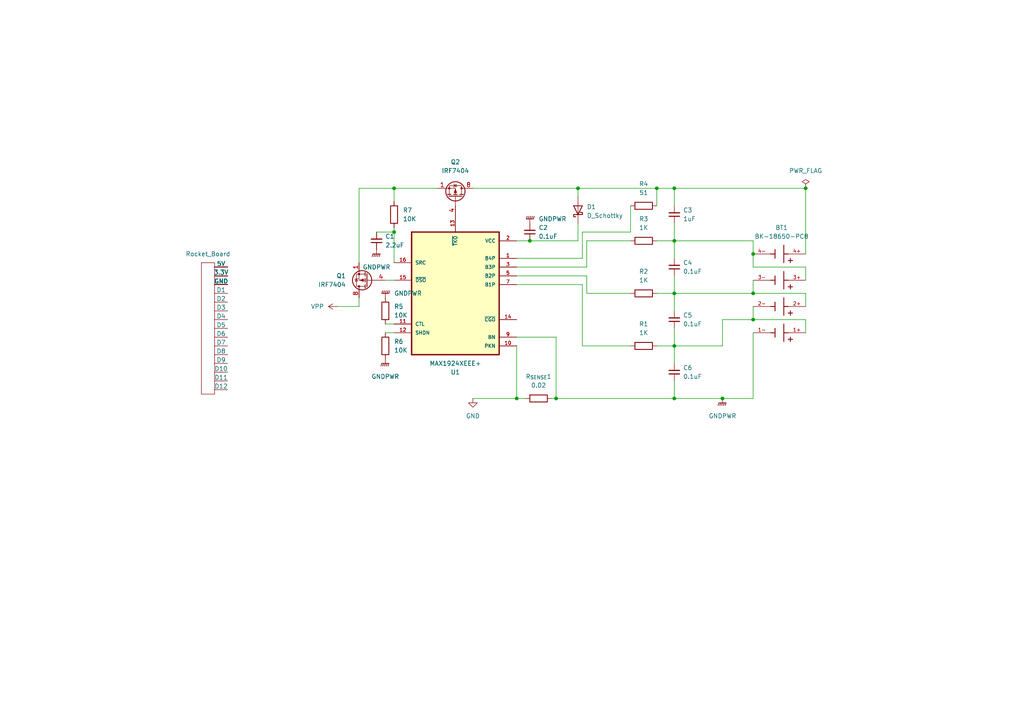
<source format=kicad_sch>
(kicad_sch (version 20211123) (generator eeschema)
  (paper "A4")
  (lib_symbols
    (symbol "BK-18650-PC8:BK-18650-PC8" (pin_names (offset 1.016))
      (property "Reference" "BT" (at -3.81 13.97 0))
      (property "Value" "BK-18650-PC8" (at -3.81 -17.78 0))
      (symbol "BK-18650-PC8_0_0"
        (polyline (pts (xy -3.81 -10.795) (xy -2.54 -10.795)) (stroke (width 0.254)))
        (polyline (pts (xy -3.81 -3.175) (xy -2.54 -3.175)) (stroke (width 0.254)))
        (polyline (pts (xy -3.81 4.445) (xy -2.54 4.445)) (stroke (width 0.254)))
        (polyline (pts (xy -3.81 12.065) (xy -2.54 12.065)) (stroke (width 0.254)))
        (polyline (pts (xy -3.175 -10.16) (xy -3.175 -11.43)) (stroke (width 0.254)))
        (polyline (pts (xy -3.175 -2.54) (xy -3.175 -3.81)) (stroke (width 0.254)))
        (polyline (pts (xy -3.175 5.08) (xy -3.175 3.81)) (stroke (width 0.254)))
        (polyline (pts (xy -3.175 12.7) (xy -3.175 11.43)) (stroke (width 0.254)))
        (polyline (pts (xy -1.27 -12.7) (xy -2.54 -12.7)) (stroke (width 0.254)))
        (polyline (pts (xy -1.27 -12.7) (xy -1.27 -15.24)) (stroke (width 0.254)))
        (polyline (pts (xy -1.27 -10.16) (xy -1.27 -12.7)) (stroke (width 0.254)))
        (polyline (pts (xy -1.27 -5.08) (xy -2.54 -5.08)) (stroke (width 0.254)))
        (polyline (pts (xy -1.27 -5.08) (xy -1.27 -7.62)) (stroke (width 0.254)))
        (polyline (pts (xy -1.27 -2.54) (xy -1.27 -5.08)) (stroke (width 0.254)))
        (polyline (pts (xy -1.27 2.54) (xy -2.54 2.54)) (stroke (width 0.254)))
        (polyline (pts (xy -1.27 2.54) (xy -1.27 0)) (stroke (width 0.254)))
        (polyline (pts (xy -1.27 5.08) (xy -1.27 2.54)) (stroke (width 0.254)))
        (polyline (pts (xy -1.27 10.16) (xy -2.54 10.16)) (stroke (width 0.254)))
        (polyline (pts (xy -1.27 10.16) (xy -1.27 7.62)) (stroke (width 0.254)))
        (polyline (pts (xy -1.27 12.7) (xy -1.27 10.16)) (stroke (width 0.254)))
        (polyline (pts (xy 1.27 -12.7) (xy 1.27 -13.97)) (stroke (width 0.254)))
        (polyline (pts (xy 1.27 -12.7) (xy 2.54 -12.7)) (stroke (width 0.254)))
        (polyline (pts (xy 1.27 -11.43) (xy 1.27 -12.7)) (stroke (width 0.254)))
        (polyline (pts (xy 1.27 -5.08) (xy 1.27 -6.35)) (stroke (width 0.254)))
        (polyline (pts (xy 1.27 -5.08) (xy 2.54 -5.08)) (stroke (width 0.254)))
        (polyline (pts (xy 1.27 -3.81) (xy 1.27 -5.08)) (stroke (width 0.254)))
        (polyline (pts (xy 1.27 2.54) (xy 1.27 1.27)) (stroke (width 0.254)))
        (polyline (pts (xy 1.27 2.54) (xy 2.54 2.54)) (stroke (width 0.254)))
        (polyline (pts (xy 1.27 3.81) (xy 1.27 2.54)) (stroke (width 0.254)))
        (polyline (pts (xy 1.27 10.16) (xy 1.27 8.89)) (stroke (width 0.254)))
        (polyline (pts (xy 1.27 10.16) (xy 2.54 10.16)) (stroke (width 0.254)))
        (polyline (pts (xy 1.27 11.43) (xy 1.27 10.16)) (stroke (width 0.254)))
        (pin passive line (at -7.62 10.16 0) (length 5.08) (name "~") (number "1+"))
        (pin passive line (at 7.62 10.16 180) (length 5.08) (name "~") (number "1-"))
        (pin passive line (at -7.62 2.54 0) (length 5.08) (name "~") (number "2+"))
        (pin passive line (at 7.62 2.54 180) (length 5.08) (name "~") (number "2-"))
        (pin passive line (at -7.62 -5.08 0) (length 5.08) (name "~") (number "3+"))
        (pin passive line (at 7.62 -5.08 180) (length 5.08) (name "~") (number "3-"))
        (pin passive line (at -7.62 -12.7 0) (length 5.08) (name "~") (number "4+"))
        (pin passive line (at 7.62 -12.7 180) (length 5.08) (name "~") (number "4-"))
      )
    )
    (symbol "BlueSat:Rocket_Board" (pin_numbers hide) (pin_names (offset 0))
      (property "Value" "Rocket_Board" (at 1.27 19.05 0))
      (symbol "Rocket_Board_0_1"
        (rectangle (start -3.81 -21.59) (end 0 16.51))
      )
      (symbol "Rocket_Board_1_1"
        (pin passive line (at 3.81 15.24 180) (length 3.81) (name "5V") (number "1"))
        (pin passive line (at 3.81 12.7 180) (length 3.81) (name "3.3V") (number "10"))
        (pin passive line (at 3.81 10.16 180) (length 3.81) (name "GND") (number "11"))
        (pin passive line (at 3.81 -2.54 180) (length 3.81) (name "D5") (number "12"))
        (pin passive line (at 3.81 -7.62 180) (length 3.81) (name "D7") (number "13"))
        (pin passive line (at 3.81 10.16 180) (length 3.81) (name "GND") (number "14"))
        (pin passive line (at 3.81 -12.7 180) (length 3.81) (name "D9") (number "15"))
        (pin passive line (at 3.81 -17.78 180) (length 3.81) (name "D11") (number "16"))
        (pin passive line (at 3.81 10.16 180) (length 3.81) (name "GND") (number "17"))
        (pin passive line (at 3.81 15.24 180) (length 3.81) (name "5V") (number "18"))
        (pin passive line (at 3.81 10.16 180) (length 3.81) (name "GND") (number "19"))
        (pin passive line (at 3.81 10.16 180) (length 3.81) (name "GND") (number "2"))
        (pin passive line (at 3.81 12.7 180) (length 3.81) (name "3.3V") (number "20"))
        (pin passive line (at 3.81 12.7 180) (length 3.81) (name "3.3V") (number "21"))
        (pin passive line (at 3.81 10.16 180) (length 3.81) (name "GND") (number "22"))
        (pin passive line (at 3.81 15.24 180) (length 3.81) (name "5V") (number "23"))
        (pin passive line (at 3.81 10.16 180) (length 3.81) (name "GND") (number "24"))
        (pin passive line (at 3.81 -20.32 180) (length 3.81) (name "D12") (number "25"))
        (pin passive line (at 3.81 -15.24 180) (length 3.81) (name "D10") (number "26"))
        (pin passive line (at 3.81 10.16 180) (length 3.81) (name "GND") (number "27"))
        (pin passive line (at 3.81 -10.16 180) (length 3.81) (name "D8") (number "28"))
        (pin passive line (at 3.81 -5.08 180) (length 3.81) (name "D6") (number "29"))
        (pin passive line (at 3.81 12.7 180) (length 3.81) (name "3.3V") (number "3"))
        (pin passive line (at 3.81 10.16 180) (length 3.81) (name "GND") (number "30"))
        (pin passive line (at 3.81 12.7 180) (length 3.81) (name "3.3V") (number "31"))
        (pin passive line (at 3.81 10.16 180) (length 3.81) (name "GND") (number "32"))
        (pin passive line (at 3.81 15.24 180) (length 3.81) (name "5V") (number "33"))
        (pin passive line (at 3.81 10.16 180) (length 3.81) (name "GND") (number "34"))
        (pin passive line (at 3.81 0 180) (length 3.81) (name "D4") (number "35"))
        (pin passive line (at 3.81 5.08 180) (length 3.81) (name "D2") (number "36"))
        (pin passive line (at 3.81 10.16 180) (length 3.81) (name "GND") (number "37"))
        (pin passive line (at 3.81 12.7 180) (length 3.81) (name "3.3V") (number "38"))
        (pin passive line (at 3.81 10.16 180) (length 3.81) (name "GND") (number "39"))
        (pin passive line (at 3.81 10.16 180) (length 3.81) (name "GND") (number "4"))
        (pin passive line (at 3.81 15.24 180) (length 3.81) (name "5V") (number "40"))
        (pin passive line (at 3.81 7.62 180) (length 3.81) (name "D1") (number "5"))
        (pin passive line (at 3.81 2.54 180) (length 3.81) (name "D3") (number "6"))
        (pin passive line (at 3.81 10.16 180) (length 3.81) (name "GND") (number "7"))
        (pin passive line (at 3.81 15.24 180) (length 3.81) (name "5V") (number "8"))
        (pin passive line (at 3.81 10.16 180) (length 3.81) (name "GND") (number "9"))
      )
    )
    (symbol "Device:C_Small" (pin_numbers hide) (pin_names (offset 0.254) hide)
      (property "Reference" "C" (at 0.254 1.778 0))
      (property "Value" "C_Small" (at 0.254 -2.032 0))
      (symbol "C_Small_0_1"
        (polyline (pts (xy -1.524 -0.508) (xy 1.524 -0.508)) (stroke (width 0.3302)))
        (polyline (pts (xy -1.524 0.508) (xy 1.524 0.508)) (stroke (width 0.3048)))
      )
      (symbol "C_Small_1_1"
        (pin passive line (at 0 2.54 270) (length 2.032) (name "~") (number "1"))
        (pin passive line (at 0 -2.54 90) (length 2.032) (name "~") (number "2"))
      )
    )
    (symbol "Device:D_Schottky" (pin_numbers hide) (pin_names (offset 1.016) hide)
      (property "Reference" "D" (at 0 2.54 0))
      (property "Value" "D_Schottky" (at 0 -2.54 0))
      (symbol "D_Schottky_0_1"
        (polyline (pts (xy 1.27 0) (xy -1.27 0)))
        (polyline (pts (xy 1.27 1.27) (xy 1.27 -1.27) (xy -1.27 0) (xy 1.27 1.27)) (stroke (width 0.254)))
        (polyline (pts (xy -1.905 0.635) (xy -1.905 1.27) (xy -1.27 1.27) (xy -1.27 -1.27) (xy -0.635 -1.27) (xy -0.635 -0.635)) (stroke (width 0.254)))
      )
      (symbol "D_Schottky_1_1"
        (pin passive line (at -3.81 0 0) (length 2.54) (name "K") (number "1"))
        (pin passive line (at 3.81 0 180) (length 2.54) (name "A") (number "2"))
      )
    )
    (symbol "Device:R" (pin_numbers hide) (pin_names (offset 0))
      (property "Reference" "R" (at 2.032 0 90))
      (property "Value" "R" (at 0 0 90))
      (symbol "R_0_1"
        (rectangle (start -1.016 -2.54) (end 1.016 2.54) (stroke (width 0.254)))
      )
      (symbol "R_1_1"
        (pin passive line (at 0 3.81 270) (length 1.27) (name "~") (number "1"))
        (pin passive line (at 0 -3.81 90) (length 1.27) (name "~") (number "2"))
      )
    )
    (symbol "MAX1924XEEE+_1" (pin_names (offset 1.016))
      (property "Reference" "U1" (at 0 -22.86 0))
      (property "Value" "MAX1924XEEE+" (at 0 -20.32 0))
      (symbol "MAX1924XEEE+_1_0_0"
        (rectangle (start -12.7 -17.78) (end 12.7 17.78) (stroke (width 0.41)) (fill (type background)))
        (pin power_in line (at 17.78 10.16 180) (length 5.08) (name "B4P") (number "1"))
        (pin power_in line (at 17.78 -15.24 180) (length 5.08) (name "PKN") (number "10"))
        (pin input line (at -17.78 -8.89 0) (length 5.08) (name "CTL") (number "11"))
        (pin input line (at -17.78 -11.43 0) (length 5.08) (name "SHDN") (number "12"))
        (pin output line (at 0 22.86 270) (length 5.08) (name "~{TKO}") (number "13"))
        (pin output line (at 17.78 -7.62 180) (length 5.08) (name "~{CGO}") (number "14"))
        (pin output line (at -17.78 3.81 0) (length 5.08) (name "~{DSO}") (number "15"))
        (pin passive line (at -17.78 8.89 0) (length 5.08) (name "SRC") (number "16"))
        (pin power_in line (at 17.78 15.24 180) (length 5.08) (name "VCC") (number "2"))
        (pin power_in line (at 17.78 7.62 180) (length 5.08) (name "B3P") (number "3"))
        (pin power_in line (at 17.78 5.08 180) (length 5.08) (name "B2P") (number "5"))
        (pin power_in line (at 17.78 2.54 180) (length 5.08) (name "B1P") (number "7"))
        (pin power_in line (at 17.78 -12.7 180) (length 5.08) (name "BN") (number "9"))
      )
    )
    (symbol "Transistor_FET:IRF7404" (pin_names hide)
      (property "Reference" "Q" (at 5.08 1.905 0))
      (property "Value" "IRF7404" (at 5.08 0 0))
      (symbol "IRF7404_0_1"
        (polyline (pts (xy 0.254 0) (xy -2.54 0)))
        (polyline (pts (xy 0.254 1.905) (xy 0.254 -1.905)) (stroke (width 0.254)))
        (polyline (pts (xy 0.762 -1.27) (xy 0.762 -2.286)) (stroke (width 0.254)))
        (polyline (pts (xy 0.762 0.508) (xy 0.762 -0.508)) (stroke (width 0.254)))
        (polyline (pts (xy 0.762 2.286) (xy 0.762 1.27)) (stroke (width 0.254)))
        (polyline (pts (xy 2.54 2.54) (xy 2.54 1.778)))
        (polyline (pts (xy 2.54 -2.54) (xy 2.54 0) (xy 0.762 0)))
        (polyline (pts (xy 0.762 1.778) (xy 3.302 1.778) (xy 3.302 -1.778) (xy 0.762 -1.778)))
        (polyline (pts (xy 2.286 0) (xy 1.27 0.381) (xy 1.27 -0.381) (xy 2.286 0)) (fill (type outline)))
        (polyline (pts (xy 2.794 -0.508) (xy 2.921 -0.381) (xy 3.683 -0.381) (xy 3.81 -0.254)))
        (polyline (pts (xy 3.302 -0.381) (xy 2.921 0.254) (xy 3.683 0.254) (xy 3.302 -0.381)))
        (circle (center 1.651 0) (radius 2.794) (stroke (width 0.254)))
        (circle (center 2.54 -1.778) (radius 0.254) (fill (type outline)))
        (circle (center 2.54 1.778) (radius 0.254) (fill (type outline)))
      )
      (symbol "IRF7404_1_1"
        (pin passive line (at 2.54 -5.08 90) (length 2.54) (name "S") (number "1"))
        (pin passive line (at 2.54 -5.08 90) (length 2.54) hide (name "S") (number "2"))
        (pin passive line (at 2.54 -5.08 90) (length 2.54) hide (name "S") (number "3"))
        (pin passive line (at -5.08 0 0) (length 2.54) (name "G") (number "4"))
        (pin passive line (at 2.54 5.08 270) (length 2.54) hide (name "D") (number "5"))
        (pin passive line (at 2.54 5.08 270) (length 2.54) hide (name "D") (number "6"))
        (pin passive line (at 2.54 5.08 270) (length 2.54) hide (name "D") (number "7"))
        (pin passive line (at 2.54 5.08 270) (length 2.54) (name "D") (number "8"))
      )
    )
    (symbol "power:GND" (power) (pin_names (offset 0))
      (property "Value" "GND" (at 0 -3.81 0))
      (symbol "GND_0_1"
        (polyline (pts (xy 0 0) (xy 0 -1.27) (xy 1.27 -1.27) (xy 0 -2.54) (xy -1.27 -1.27) (xy 0 -1.27)))
      )
      (symbol "GND_1_1"
        (pin power_in line (at 0 0 270) (length 0) hide (name "GND") (number "1"))
      )
    )
    (symbol "power:GNDPWR" (power) (pin_names (offset 0))
      (property "Value" "GNDPWR" (at 0 -3.302 0))
      (symbol "GNDPWR_0_1"
        (polyline (pts (xy 0 -1.27) (xy 0 0)))
        (polyline (pts (xy -1.016 -1.27) (xy -1.27 -2.032) (xy -1.27 -2.032)) (stroke (width 0.2032)))
        (polyline (pts (xy -0.508 -1.27) (xy -0.762 -2.032) (xy -0.762 -2.032)) (stroke (width 0.2032)))
        (polyline (pts (xy 0 -1.27) (xy -0.254 -2.032) (xy -0.254 -2.032)) (stroke (width 0.2032)))
        (polyline (pts (xy 0.508 -1.27) (xy 0.254 -2.032) (xy 0.254 -2.032)) (stroke (width 0.2032)))
        (polyline (pts (xy 1.016 -1.27) (xy -1.016 -1.27) (xy -1.016 -1.27)) (stroke (width 0.2032)))
        (polyline (pts (xy 1.016 -1.27) (xy 0.762 -2.032) (xy 0.762 -2.032) (xy 0.762 -2.032)) (stroke (width 0.2032)))
      )
      (symbol "GNDPWR_1_1"
        (pin power_in line (at 0 0 270) (length 0) hide (name "GNDPWR") (number "1"))
      )
    )
    (symbol "power:PWR_FLAG" (power) (pin_numbers hide) (pin_names (offset 0) hide)
      (property "Value" "PWR_FLAG" (at 0 3.81 0))
      (symbol "PWR_FLAG_0_0"
        (pin power_out line (at 0 0 90) (length 0) (name "pwr") (number "1"))
      )
      (symbol "PWR_FLAG_0_1"
        (polyline (pts (xy 0 0) (xy 0 1.27) (xy -1.016 1.905) (xy 0 2.54) (xy 1.016 1.905) (xy 0 1.27)))
      )
    )
    (symbol "power:VPP" (power) (pin_names (offset 0))
      (property "Value" "VPP" (at 0 3.81 0))
      (symbol "VPP_0_1"
        (polyline (pts (xy -0.762 1.27) (xy 0 2.54)))
        (polyline (pts (xy 0 0) (xy 0 2.54)))
        (polyline (pts (xy 0 2.54) (xy 0.762 1.27)))
      )
      (symbol "VPP_1_1"
        (pin power_in line (at 0 0 90) (length 0) hide (name "VPP") (number "1"))
      )
    )
  )
  (junction (at 195.58 100.33))
  (junction (at 114.3 67.31))
  (junction (at 149.86 115.57))
  (junction (at 161.29 115.57))
  (junction (at 233.68 54.61))
  (junction (at 190.5 54.61))
  (junction (at 218.44 92.71))
  (junction (at 195.58 115.57))
  (junction (at 114.3 54.61))
  (junction (at 195.58 69.85))
  (junction (at 218.44 73.66))
  (junction (at 153.67 69.85))
  (junction (at 209.55 115.57))
  (junction (at 195.58 85.09))
  (junction (at 218.44 85.09))
  (junction (at 167.64 54.61))
  (junction (at 195.58 54.61))
  (wire (pts (xy 182.88 85.09) (xy 170.18 85.09)))
  (wire (pts (xy 97.79 88.9) (xy 104.14 88.9)))
  (wire (pts (xy 195.58 64.77) (xy 195.58 69.85)))
  (wire (pts (xy 149.86 97.79) (xy 161.29 97.79)))
  (wire (pts (xy 182.88 59.69) (xy 182.88 67.31)))
  (wire (pts (xy 195.58 100.33) (xy 190.5 100.33)))
  (wire (pts (xy 190.5 69.85) (xy 195.58 69.85)))
  (wire (pts (xy 182.88 69.85) (xy 170.18 69.85)))
  (wire (pts (xy 190.5 54.61) (xy 195.58 54.61)))
  (wire (pts (xy 114.3 67.31) (xy 114.3 76.2)))
  (wire (pts (xy 137.16 54.61) (xy 167.64 54.61)))
  (wire (pts (xy 167.64 64.77) (xy 167.64 69.85)))
  (wire (pts (xy 182.88 67.31) (xy 168.91 67.31)))
  (wire (pts (xy 233.68 73.66) (xy 233.68 54.61)))
  (wire (pts (xy 195.58 100.33) (xy 209.55 100.33)))
  (wire (pts (xy 170.18 77.47) (xy 149.86 77.47)))
  (wire (pts (xy 168.91 100.33) (xy 182.88 100.33)))
  (wire (pts (xy 149.86 82.55) (xy 168.91 82.55)))
  (wire (pts (xy 233.68 88.9) (xy 233.68 85.09)))
  (wire (pts (xy 114.3 54.61) (xy 127 54.61)))
  (wire (pts (xy 195.58 74.93) (xy 195.58 69.85)))
  (wire (pts (xy 195.58 115.57) (xy 209.55 115.57)))
  (wire (pts (xy 104.14 54.61) (xy 114.3 54.61)))
  (wire (pts (xy 149.86 115.57) (xy 152.4 115.57)))
  (wire (pts (xy 111.76 93.98) (xy 114.3 93.98)))
  (wire (pts (xy 218.44 77.47) (xy 218.44 73.66)))
  (wire (pts (xy 233.68 92.71) (xy 218.44 92.71)))
  (wire (pts (xy 114.3 54.61) (xy 114.3 58.42)))
  (wire (pts (xy 111.76 81.28) (xy 114.3 81.28)))
  (wire (pts (xy 218.44 88.9) (xy 218.44 92.71)))
  (wire (pts (xy 167.64 54.61) (xy 190.5 54.61)))
  (wire (pts (xy 195.58 59.69) (xy 195.58 54.61)))
  (wire (pts (xy 233.68 77.47) (xy 218.44 77.47)))
  (wire (pts (xy 161.29 115.57) (xy 195.58 115.57)))
  (wire (pts (xy 190.5 85.09) (xy 195.58 85.09)))
  (wire (pts (xy 114.3 66.04) (xy 114.3 67.31)))
  (wire (pts (xy 149.86 100.33) (xy 149.86 115.57)))
  (wire (pts (xy 233.68 81.28) (xy 233.68 77.47)))
  (wire (pts (xy 195.58 80.01) (xy 195.58 85.09)))
  (wire (pts (xy 195.58 95.25) (xy 195.58 100.33)))
  (wire (pts (xy 195.58 54.61) (xy 233.68 54.61)))
  (wire (pts (xy 168.91 74.93) (xy 149.86 74.93)))
  (wire (pts (xy 104.14 88.9) (xy 104.14 86.36)))
  (wire (pts (xy 168.91 67.31) (xy 168.91 74.93)))
  (wire (pts (xy 170.18 80.01) (xy 149.86 80.01)))
  (wire (pts (xy 109.22 67.31) (xy 114.3 67.31)))
  (wire (pts (xy 233.68 85.09) (xy 218.44 85.09)))
  (wire (pts (xy 218.44 96.52) (xy 218.44 115.57)))
  (wire (pts (xy 170.18 69.85) (xy 170.18 77.47)))
  (wire (pts (xy 218.44 85.09) (xy 218.44 81.28)))
  (wire (pts (xy 209.55 92.71) (xy 209.55 100.33)))
  (wire (pts (xy 104.14 76.2) (xy 104.14 54.61)))
  (wire (pts (xy 195.58 90.17) (xy 195.58 85.09)))
  (wire (pts (xy 195.58 69.85) (xy 218.44 69.85)))
  (wire (pts (xy 218.44 73.66) (xy 218.44 69.85)))
  (wire (pts (xy 167.64 69.85) (xy 153.67 69.85)))
  (wire (pts (xy 195.58 85.09) (xy 218.44 85.09)))
  (wire (pts (xy 153.67 69.85) (xy 149.86 69.85)))
  (wire (pts (xy 111.76 96.52) (xy 114.3 96.52)))
  (wire (pts (xy 168.91 82.55) (xy 168.91 100.33)))
  (wire (pts (xy 160.02 115.57) (xy 161.29 115.57)))
  (wire (pts (xy 218.44 92.71) (xy 209.55 92.71)))
  (wire (pts (xy 218.44 115.57) (xy 209.55 115.57)))
  (wire (pts (xy 137.16 115.57) (xy 149.86 115.57)))
  (wire (pts (xy 161.29 97.79) (xy 161.29 115.57)))
  (wire (pts (xy 195.58 105.41) (xy 195.58 100.33)))
  (wire (pts (xy 233.68 96.52) (xy 233.68 92.71)))
  (wire (pts (xy 170.18 85.09) (xy 170.18 80.01)))
  (wire (pts (xy 190.5 54.61) (xy 190.5 59.69)))
  (wire (pts (xy 195.58 110.49) (xy 195.58 115.57)))
  (wire (pts (xy 167.64 54.61) (xy 167.64 57.15)))
  (symbol (lib_id "Device:C_Small") (at 153.67 67.31 180) (unit 1)
    (property "Reference" "C2" (at 156.21 66.0335 0) (effects (justify right)))
    (property "Value" "0.1uF" (at 156.21 68.5735 0) (effects (justify right)))
    (property "Footprint" "Capacitor_SMD:C_0805_2012Metric_Pad1.18x1.45mm_HandSolder" (effects hide))
  )
  (symbol (lib_id "Device:R") (at 186.69 100.33 90) (unit 1)
    (property "Reference" "R1" (at 186.69 93.98 90))
    (property "Value" "1K" (at 186.69 96.52 90))
    (property "Footprint" "Resistor_SMD:R_0603_1608Metric_Pad0.98x0.95mm_HandSolder" (effects hide))
  )
  (symbol (lib_id "BlueSat:Rocket_Board") (at 62.23 92.71 0) (unit 1)
    (property "Reference" "R8" (effects hide))
    (property "Value" "Rocket_Board" (at 60.325 73.66 0))
    (property "Footprint" "Bluesat:Rocket_Layout" (effects hide))
  )
  (symbol (lib_id "Device:R") (at 186.69 69.85 90) (unit 1)
    (property "Reference" "R3" (at 186.69 63.5 90))
    (property "Value" "1K" (at 186.69 66.04 90))
    (property "Footprint" "Resistor_SMD:R_0603_1608Metric_Pad0.98x0.95mm_HandSolder" (effects hide))
  )
  (symbol (lib_id "Device:R") (at 156.21 115.57 90) (unit 1)
    (property "Reference" "R_{SENSE}1" (at 156.21 109.22 90))
    (property "Value" "0.02" (at 156.21 111.76 90))
    (property "Footprint" "Resistor_SMD:R_0603_1608Metric_Pad0.98x0.95mm_HandSolder" (effects hide))
  )
  (symbol (lib_id "power:VPP") (at 97.79 88.9 90) (unit 1)
    (property "Reference" "#PWR0104" (effects hide))
    (property "Value" "VPP" (at 93.98 88.8999 90) (effects (justify left)))
  )
  (symbol (lib_id "power:GNDPWR") (at 111.76 86.36 180) (unit 1)
    (property "Reference" "#PWR0103" (effects hide))
    (property "Value" "GND" (at 114.3 85.0899 0) (effects (justify right)))
  )
  (symbol (lib_id "power:GNDPWR") (at 109.22 72.39 0) (unit 1)
    (property "Reference" "#PWR0102" (effects hide))
    (property "Value" "GND" (at 109.22 77.47 0))
  )
  (symbol (lib_id "Device:R") (at 111.76 100.33 0) (unit 1)
    (property "Reference" "R6" (at 114.3 99.0599 0) (effects (justify left)))
    (property "Value" "10K" (at 114.3 101.5999 0) (effects (justify left)))
    (property "Footprint" "Resistor_SMD:R_0603_1608Metric_Pad0.98x0.95mm_HandSolder" (effects hide))
  )
  (symbol (lib_id "Device:D_Schottky") (at 167.64 60.96 90) (unit 1)
    (property "Reference" "D1" (at 170.18 60.0074 90) (effects (justify right)))
    (property "Value" "D_Schottky" (at 170.18 62.5474 90) (effects (justify right)))
    (property "Footprint" "Bluesat:SOT91P240X102-3N" (effects hide))
    (property "Datasheet" "https://www.digikey.com.au/en/products/detail/diodes-incorporated/BAT750-7-F/717704" (effects hide))
  )
  (symbol (lib_id "Device:R") (at 111.76 90.17 0) (unit 1)
    (property "Reference" "R5" (at 114.3 88.8999 0) (effects (justify left)))
    (property "Value" "10K" (at 114.3 91.4399 0) (effects (justify left)))
    (property "Footprint" "Resistor_SMD:R_0603_1608Metric_Pad0.98x0.95mm_HandSolder" (effects hide))
  )
  (symbol (lib_id "Device:C_Small") (at 109.22 69.85 180) (unit 1)
    (property "Reference" "C1" (at 111.76 68.5735 0) (effects (justify right)))
    (property "Value" "2.2uF" (at 111.76 71.1135 0) (effects (justify right)))
    (property "Footprint" "Capacitor_SMD:C_0805_2012Metric_Pad1.18x1.45mm_HandSolder" (effects hide))
  )
  (symbol (lib_id "power:PWR_FLAG") (at 233.68 54.61 0) (unit 1)
    (property "Reference" "#FLG0101" (effects hide))
    (property "Value" "PWR_FLAG" (at 233.68 49.53 0))
  )
  (symbol (lib_id "Device:C_Small") (at 195.58 62.23 180) (unit 1)
    (property "Reference" "C3" (at 198.12 60.9535 0) (effects (justify right)))
    (property "Value" "1uF" (at 198.12 63.4935 0) (effects (justify right)))
    (property "Footprint" "Capacitor_SMD:C_0805_2012Metric_Pad1.18x1.45mm_HandSolder" (effects hide))
  )
  (symbol (lib_id "Device:R") (at 186.69 59.69 90) (unit 1)
    (property "Reference" "R4" (at 186.69 53.34 90))
    (property "Value" "51" (at 186.69 55.88 90))
    (property "Footprint" "Resistor_SMD:R_0603_1608Metric_Pad0.98x0.95mm_HandSolder" (effects hide))
  )
  (symbol (lib_id "power:GNDPWR") (at 111.76 104.14 0) (unit 1)
    (property "Reference" "#PWR0105" (effects hide))
    (property "Value" "GND" (at 111.76 109.22 0))
  )
  (symbol (lib_id "power:GNDPWR") (at 209.55 115.57 0) (unit 1)
    (property "Reference" "#PWR0107" (effects hide))
    (property "Value" "GND" (at 209.55 120.65 0))
  )
  (symbol (lib_id "Device:C_Small") (at 195.58 92.71 180) (unit 1)
    (property "Reference" "C5" (at 198.12 91.4335 0) (effects (justify right)))
    (property "Value" "0.1uF" (at 198.12 93.9735 0) (effects (justify right)))
    (property "Footprint" "Capacitor_SMD:C_0805_2012Metric_Pad1.18x1.45mm_HandSolder" (effects hide))
  )
  (symbol (lib_id "Device:R") (at 114.3 62.23 180) (unit 1)
    (property "Reference" "R7" (at 116.84 60.9599 0) (effects (justify right)))
    (property "Value" "10K" (at 116.84 63.4999 0) (effects (justify right)))
    (property "Footprint" "Resistor_SMD:R_0603_1608Metric_Pad0.98x0.95mm_HandSolder" (effects hide))
  )
  (symbol (lib_id "BK-18650-PC8:BK-18650-PC8") (at 226.06 86.36 180) (unit 1)
    (property "Reference" "BT1" (at 226.695 66.04 0))
    (property "Value" "BK-18650-PC8" (at 226.695 68.58 0))
    (property "Footprint" "BAT_BK-18650-PC8" (effects hide))
    (property "STANDARD" "Manufacturer Recommendations" (effects hide))
    (property "MAXIMUM_PACKAGE_HEIGHT" "21.54 mm" (effects hide))
    (property "MANUFACTURER" "MPD" (effects hide))
    (property "PARTREV" "L" (effects hide))
  )
  (symbol (lib_id "Device:C_Small") (at 195.58 77.47 180) (unit 1)
    (property "Reference" "C4" (at 198.12 76.1935 0) (effects (justify right)))
    (property "Value" "0.1uF" (at 198.12 78.7335 0) (effects (justify right)))
    (property "Footprint" "Capacitor_SMD:C_0805_2012Metric_Pad1.18x1.45mm_HandSolder" (effects hide))
  )
  (symbol (lib_id "Transistor_FET:IRF7404") (at 106.68 81.28 180) (unit 1)
    (property "Reference" "Q1" (at 100.33 80.0099 0) (effects (justify left)))
    (property "Value" "IRF7404" (at 100.33 82.5499 0) (effects (justify left)))
    (property "Footprint" "Package_SO:SOIC-8_3.9x4.9mm_P1.27mm" (effects hide))
    (property "Datasheet" "http://www.infineon.com/dgdl/irf7404.pdf?fileId=5546d462533600a4015355fa2b5b1b9e" (effects hide))
  )
  (symbol (lib_id "Device:R") (at 186.69 85.09 90) (unit 1)
    (property "Reference" "R2" (at 186.69 78.74 90))
    (property "Value" "1K" (at 186.69 81.28 90))
    (property "Footprint" "Resistor_SMD:R_0603_1608Metric_Pad0.98x0.95mm_HandSolder" (effects hide))
  )
  (symbol (lib_id "Transistor_FET:IRF7404") (at 132.08 57.15 270) (mirror x) (unit 1)
    (property "Reference" "Q2" (at 132.08 46.99 90))
    (property "Value" "IRF7404" (at 132.08 49.53 90))
    (property "Footprint" "Package_SO:SOIC-8_3.9x4.9mm_P1.27mm" (effects hide))
    (property "Datasheet" "http://www.infineon.com/dgdl/irf7404.pdf?fileId=5546d462533600a4015355fa2b5b1b9e" (effects hide))
  )
  (symbol (lib_id "Device:C_Small") (at 195.58 107.95 180) (unit 1)
    (property "Reference" "C6" (at 198.12 106.6735 0) (effects (justify right)))
    (property "Value" "0.1uF" (at 198.12 109.2135 0) (effects (justify right)))
    (property "Footprint" "Capacitor_SMD:C_0805_2012Metric_Pad1.18x1.45mm_HandSolder" (effects hide))
  )
  (symbol (lib_id "power:GNDPWR") (at 153.67 64.77 180) (unit 1)
    (property "Reference" "#PWR0106" (effects hide))
    (property "Value" "GND" (at 156.21 63.4999 0) (effects (justify right)))
  )
  (symbol (lib_name "MAX1924XEEE+_1") (lib_id "MAX1924XEEE_:MAX1924XEEE+") (at 132.08 85.09 0) (unit 1)
    (property "Reference" "U1" (at 132.08 107.95 0))
    (property "Value" "MAX1924XEEE+" (at 132.08 105.41 0))
    (property "Footprint" "SOP63P602X175-16N" (effects hide))
    (property "PRICE" "None" (effects hide))
    (property "MF" "Maxim Integrated" (effects hide))
    (property "AVAILABILITY" "Unavailable" (effects hide))
    (property "MP" "MAX1924XEEE+" (effects hide))
    (property "DESCRIPTION" "Battery Battery Protection IC Lithium Ion/Polymer 16-QSOP" (effects hide))
    (property "PACKAGE" "QSOP-16 Maxim" (effects hide))
  )
  (symbol (lib_id "power:GND") (at 137.16 115.57 0) (unit 1)
    (property "Reference" "#PWR0101" (effects hide))
    (property "Value" "GND" (at 137.16 120.65 0))
  )
)
</source>
